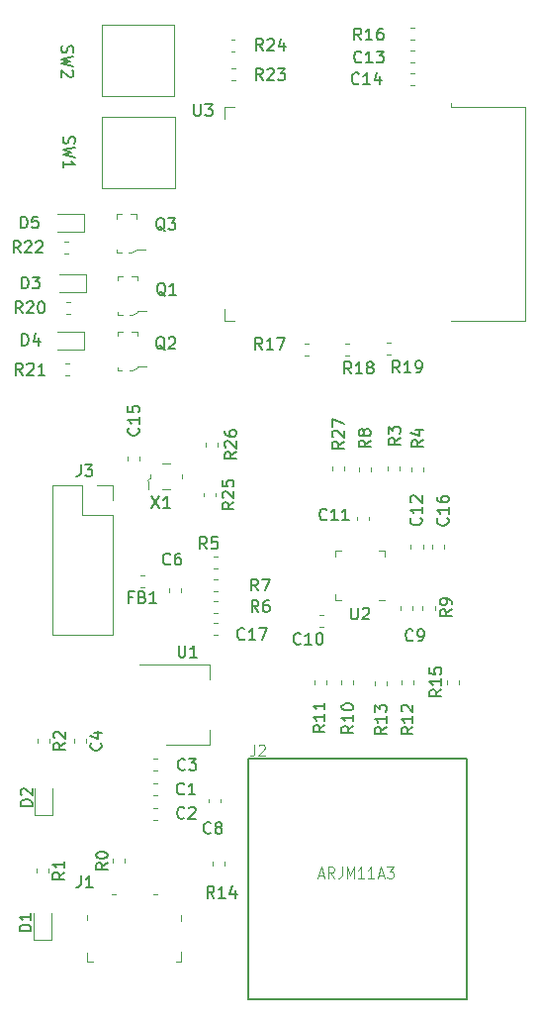
<source format=gbr>
G04 #@! TF.GenerationSoftware,KiCad,Pcbnew,(5.1.5)-3*
G04 #@! TF.CreationDate,2019-12-12T17:13:38-08:00*
G04 #@! TF.ProjectId,EsperDNS,45737065-7244-44e5-932e-6b696361645f,rev?*
G04 #@! TF.SameCoordinates,Original*
G04 #@! TF.FileFunction,Legend,Top*
G04 #@! TF.FilePolarity,Positive*
%FSLAX46Y46*%
G04 Gerber Fmt 4.6, Leading zero omitted, Abs format (unit mm)*
G04 Created by KiCad (PCBNEW (5.1.5)-3) date 2019-12-12 17:13:38*
%MOMM*%
%LPD*%
G04 APERTURE LIST*
%ADD10C,0.120000*%
%ADD11C,0.100000*%
%ADD12C,0.127000*%
%ADD13C,0.150000*%
%ADD14C,0.050000*%
G04 APERTURE END LIST*
D10*
X154783800Y-66584700D02*
X154783800Y-66204700D01*
X161203800Y-66584700D02*
X154783800Y-66584700D01*
X161203800Y-84824700D02*
X154783800Y-84824700D01*
X161203800Y-66584700D02*
X161203800Y-84824700D01*
X135458800Y-84824700D02*
X135458800Y-83824700D01*
X136238800Y-84824700D02*
X135458800Y-84824700D01*
X135458800Y-66584700D02*
X135458800Y-67584700D01*
X136238800Y-66584700D02*
X135458800Y-66584700D01*
X145645600Y-97673379D02*
X145645600Y-97347821D01*
X144625600Y-97673379D02*
X144625600Y-97347821D01*
X128870100Y-98548900D02*
G75*
G02X129070100Y-98328900I320000J-90000D01*
G01*
X128870100Y-98548900D02*
X128870100Y-99238900D01*
X130750100Y-99278900D02*
X130110100Y-99278900D01*
X130750100Y-97058900D02*
X130110100Y-97058900D01*
X129070100Y-98328900D02*
X129070100Y-97998900D01*
X131790100Y-98338900D02*
X131790100Y-97998900D01*
X148650200Y-108739200D02*
X149125200Y-108739200D01*
X144905200Y-104519200D02*
X144905200Y-104994200D01*
X145380200Y-104519200D02*
X144905200Y-104519200D01*
X149125200Y-104519200D02*
X149125200Y-104994200D01*
X148650200Y-104519200D02*
X149125200Y-104519200D01*
X144905200Y-108739200D02*
X144905200Y-108264200D01*
X145380200Y-108739200D02*
X144905200Y-108739200D01*
X128158200Y-114254200D02*
X134168200Y-114254200D01*
X130408200Y-121074200D02*
X134168200Y-121074200D01*
X134168200Y-114254200D02*
X134168200Y-115514200D01*
X134168200Y-121074200D02*
X134168200Y-119814200D01*
X131136200Y-59563100D02*
X131136200Y-65663100D01*
X124936200Y-59563100D02*
X131136200Y-59563100D01*
X124936200Y-65663100D02*
X124936200Y-59563100D01*
X131136200Y-65663100D02*
X124936200Y-65663100D01*
X131159300Y-67424400D02*
X131159300Y-73524400D01*
X124959300Y-67424400D02*
X131159300Y-67424400D01*
X124959300Y-73524400D02*
X124959300Y-67424400D01*
X131159300Y-73524400D02*
X124959300Y-73524400D01*
X134837900Y-95603379D02*
X134837900Y-95277821D01*
X133817900Y-95603379D02*
X133817900Y-95277821D01*
X133665400Y-99557621D02*
X133665400Y-99883179D01*
X134685400Y-99557621D02*
X134685400Y-99883179D01*
X135981121Y-61851000D02*
X136306679Y-61851000D01*
X135981121Y-60831000D02*
X136306679Y-60831000D01*
X135993821Y-64314800D02*
X136319379Y-64314800D01*
X135993821Y-63294800D02*
X136319379Y-63294800D01*
X122057479Y-78090300D02*
X121731921Y-78090300D01*
X122057479Y-79110300D02*
X121731921Y-79110300D01*
X122095579Y-88529700D02*
X121770021Y-88529700D01*
X122095579Y-89549700D02*
X121770021Y-89549700D01*
X122222579Y-83259200D02*
X121897021Y-83259200D01*
X122222579Y-84279200D02*
X121897021Y-84279200D01*
X149667279Y-86751700D02*
X149341721Y-86751700D01*
X149667279Y-87771700D02*
X149341721Y-87771700D01*
X146085679Y-86802500D02*
X145760121Y-86802500D01*
X146085679Y-87822500D02*
X145760121Y-87822500D01*
X142580579Y-86802500D02*
X142255021Y-86802500D01*
X142580579Y-87822500D02*
X142255021Y-87822500D01*
X151361021Y-60796900D02*
X151686579Y-60796900D01*
X151361021Y-59776900D02*
X151686579Y-59776900D01*
X155475400Y-115910479D02*
X155475400Y-115584921D01*
X154455400Y-115910479D02*
X154455400Y-115584921D01*
X134440200Y-131078921D02*
X134440200Y-131404479D01*
X135460200Y-131078921D02*
X135460200Y-131404479D01*
X149277800Y-116012179D02*
X149277800Y-115686621D01*
X148257800Y-116012179D02*
X148257800Y-115686621D01*
X151589200Y-115961379D02*
X151589200Y-115635821D01*
X150569200Y-115961379D02*
X150569200Y-115635821D01*
X144121600Y-115935979D02*
X144121600Y-115610421D01*
X143101600Y-115935979D02*
X143101600Y-115610421D01*
X146407600Y-115935979D02*
X146407600Y-115610421D01*
X145387600Y-115935979D02*
X145387600Y-115610421D01*
X153418000Y-109560679D02*
X153418000Y-109235121D01*
X152398000Y-109560679D02*
X152398000Y-109235121D01*
X147931600Y-97698779D02*
X147931600Y-97373221D01*
X146911600Y-97698779D02*
X146911600Y-97373221D01*
X134508021Y-107990100D02*
X134833579Y-107990100D01*
X134508021Y-106970100D02*
X134833579Y-106970100D01*
X134508021Y-109869700D02*
X134833579Y-109869700D01*
X134508021Y-108849700D02*
X134833579Y-108849700D01*
X134508021Y-106034300D02*
X134833579Y-106034300D01*
X134508021Y-105014300D02*
X134833579Y-105014300D01*
X152427400Y-97698779D02*
X152427400Y-97373221D01*
X151407400Y-97698779D02*
X151407400Y-97373221D01*
X150446200Y-97647979D02*
X150446200Y-97322421D01*
X149426200Y-97647979D02*
X149426200Y-97322421D01*
X119403400Y-120601621D02*
X119403400Y-120927179D01*
X120423400Y-120601621D02*
X120423400Y-120927179D01*
X119327200Y-131688521D02*
X119327200Y-132014079D01*
X120347200Y-131688521D02*
X120347200Y-132014079D01*
X126900400Y-131201279D02*
X126900400Y-130875721D01*
X125880400Y-131201279D02*
X125880400Y-130875721D01*
D11*
X126204500Y-79059000D02*
X126204500Y-78759000D01*
X126579500Y-79059000D02*
X126204500Y-79059000D01*
X126204500Y-75759000D02*
X126654500Y-75759000D01*
X126204500Y-76059000D02*
X126204500Y-75759000D01*
X126204500Y-75984000D02*
X126204500Y-76109000D01*
X127854500Y-75759000D02*
X127854500Y-76109000D01*
X127379500Y-75759000D02*
X127854500Y-75759000D01*
X127854500Y-78734000D02*
X128629500Y-78734000D01*
X127854500Y-78784000D02*
X127854500Y-78734000D01*
X127479500Y-79059000D02*
X127854500Y-78784000D01*
X127204500Y-79059000D02*
X127479500Y-79059000D01*
X126280700Y-89125100D02*
X126280700Y-88825100D01*
X126655700Y-89125100D02*
X126280700Y-89125100D01*
X126280700Y-85825100D02*
X126730700Y-85825100D01*
X126280700Y-86125100D02*
X126280700Y-85825100D01*
X126280700Y-86050100D02*
X126280700Y-86175100D01*
X127930700Y-85825100D02*
X127930700Y-86175100D01*
X127455700Y-85825100D02*
X127930700Y-85825100D01*
X127930700Y-88800100D02*
X128705700Y-88800100D01*
X127930700Y-88850100D02*
X127930700Y-88800100D01*
X127555700Y-89125100D02*
X127930700Y-88850100D01*
X127280700Y-89125100D02*
X127555700Y-89125100D01*
X126285200Y-84377800D02*
X126285200Y-84077800D01*
X126660200Y-84377800D02*
X126285200Y-84377800D01*
X126285200Y-81077800D02*
X126735200Y-81077800D01*
X126285200Y-81377800D02*
X126285200Y-81077800D01*
X126285200Y-81302800D02*
X126285200Y-81427800D01*
X127935200Y-81077800D02*
X127935200Y-81427800D01*
X127460200Y-81077800D02*
X127935200Y-81077800D01*
X127935200Y-84052800D02*
X128710200Y-84052800D01*
X127935200Y-84102800D02*
X127935200Y-84052800D01*
X127560200Y-84377800D02*
X127935200Y-84102800D01*
X127285200Y-84377800D02*
X127560200Y-84377800D01*
D10*
X124536200Y-98898400D02*
X125866200Y-98898400D01*
X125866200Y-98898400D02*
X125866200Y-100228400D01*
X123266200Y-98898400D02*
X123266200Y-101498400D01*
X123266200Y-101498400D02*
X125866200Y-101498400D01*
X125866200Y-101498400D02*
X125866200Y-111718400D01*
X120666200Y-111718400D02*
X125866200Y-111718400D01*
X120666200Y-98898400D02*
X120666200Y-111718400D01*
X120666200Y-98898400D02*
X123266200Y-98898400D01*
D12*
X137435000Y-142830000D02*
X137435000Y-122330000D01*
X137435000Y-122330000D02*
X156185000Y-122330000D01*
X156185000Y-122330000D02*
X156185000Y-142830000D01*
X156185000Y-142830000D02*
X137435000Y-142830000D01*
D11*
X131734600Y-139646200D02*
X131734600Y-138796200D01*
X131284600Y-139646200D02*
X131734600Y-139646200D01*
X123634600Y-139646200D02*
X124134600Y-139646200D01*
X123634600Y-138846200D02*
X123634600Y-139646200D01*
X125784600Y-133896200D02*
X126084600Y-133896200D01*
X123634600Y-135646200D02*
X123634600Y-136096200D01*
X129334600Y-133896200D02*
X129634600Y-133896200D01*
X131734600Y-135646200D02*
X131734600Y-136146200D01*
D10*
X128534279Y-106589100D02*
X128208721Y-106589100D01*
X128534279Y-107609100D02*
X128208721Y-107609100D01*
X123366800Y-75744400D02*
X121081800Y-75744400D01*
X123366800Y-77214400D02*
X123366800Y-75744400D01*
X121081800Y-77214400D02*
X123366800Y-77214400D01*
X123417600Y-85815500D02*
X121132600Y-85815500D01*
X123417600Y-87285500D02*
X123417600Y-85815500D01*
X121132600Y-87285500D02*
X123417600Y-87285500D01*
X123544600Y-80926000D02*
X121259600Y-80926000D01*
X123544600Y-82396000D02*
X123544600Y-80926000D01*
X121259600Y-82396000D02*
X123544600Y-82396000D01*
X120673800Y-127100800D02*
X120673800Y-124815800D01*
X119203800Y-127100800D02*
X120673800Y-127100800D01*
X119203800Y-124815800D02*
X119203800Y-127100800D01*
X120572200Y-137806900D02*
X120572200Y-135521900D01*
X119102200Y-137806900D02*
X120572200Y-137806900D01*
X119102200Y-135521900D02*
X119102200Y-137806900D01*
X134533421Y-111723900D02*
X134858979Y-111723900D01*
X134533421Y-110703900D02*
X134858979Y-110703900D01*
X154230800Y-104328179D02*
X154230800Y-104002621D01*
X153210800Y-104328179D02*
X153210800Y-104002621D01*
X127137700Y-96484121D02*
X127137700Y-96809679D01*
X128157700Y-96484121D02*
X128157700Y-96809679D01*
X151373721Y-64708500D02*
X151699279Y-64708500D01*
X151373721Y-63688500D02*
X151699279Y-63688500D01*
X151373721Y-62803500D02*
X151699279Y-62803500D01*
X151373721Y-61783500D02*
X151699279Y-61783500D01*
X152402000Y-104328179D02*
X152402000Y-104002621D01*
X151382000Y-104328179D02*
X151382000Y-104002621D01*
X147779200Y-101915179D02*
X147779200Y-101589621D01*
X146759200Y-101915179D02*
X146759200Y-101589621D01*
X143875979Y-109980000D02*
X143550421Y-109980000D01*
X143875979Y-111000000D02*
X143550421Y-111000000D01*
X150493000Y-109235021D02*
X150493000Y-109560579D01*
X151513000Y-109235021D02*
X151513000Y-109560579D01*
X134033800Y-125719721D02*
X134033800Y-126045279D01*
X135053800Y-125719721D02*
X135053800Y-126045279D01*
X130681000Y-107698221D02*
X130681000Y-108023779D01*
X131701000Y-107698221D02*
X131701000Y-108023779D01*
X122527600Y-120627021D02*
X122527600Y-120952579D01*
X123547600Y-120627021D02*
X123547600Y-120952579D01*
X129326521Y-123344400D02*
X129652079Y-123344400D01*
X129326521Y-122324400D02*
X129652079Y-122324400D01*
X129351921Y-127510000D02*
X129677479Y-127510000D01*
X129351921Y-126490000D02*
X129677479Y-126490000D01*
X129351921Y-125427200D02*
X129677479Y-125427200D01*
X129351921Y-124407200D02*
X129677479Y-124407200D01*
D13*
X132816695Y-66330580D02*
X132816695Y-67140104D01*
X132864314Y-67235342D01*
X132911933Y-67282961D01*
X133007171Y-67330580D01*
X133197647Y-67330580D01*
X133292885Y-67282961D01*
X133340504Y-67235342D01*
X133388123Y-67140104D01*
X133388123Y-66330580D01*
X133769076Y-66330580D02*
X134388123Y-66330580D01*
X134054790Y-66711533D01*
X134197647Y-66711533D01*
X134292885Y-66759152D01*
X134340504Y-66806771D01*
X134388123Y-66902009D01*
X134388123Y-67140104D01*
X134340504Y-67235342D01*
X134292885Y-67282961D01*
X134197647Y-67330580D01*
X133911933Y-67330580D01*
X133816695Y-67282961D01*
X133769076Y-67235342D01*
X145638780Y-95181657D02*
X145162590Y-95514990D01*
X145638780Y-95753085D02*
X144638780Y-95753085D01*
X144638780Y-95372133D01*
X144686400Y-95276895D01*
X144734019Y-95229276D01*
X144829257Y-95181657D01*
X144972114Y-95181657D01*
X145067352Y-95229276D01*
X145114971Y-95276895D01*
X145162590Y-95372133D01*
X145162590Y-95753085D01*
X144734019Y-94800704D02*
X144686400Y-94753085D01*
X144638780Y-94657847D01*
X144638780Y-94419752D01*
X144686400Y-94324514D01*
X144734019Y-94276895D01*
X144829257Y-94229276D01*
X144924495Y-94229276D01*
X145067352Y-94276895D01*
X145638780Y-94848323D01*
X145638780Y-94229276D01*
X144638780Y-93895942D02*
X144638780Y-93229276D01*
X145638780Y-93657847D01*
X129192756Y-99863660D02*
X129859422Y-100863660D01*
X129859422Y-99863660D02*
X129192756Y-100863660D01*
X130764184Y-100863660D02*
X130192756Y-100863660D01*
X130478470Y-100863660D02*
X130478470Y-99863660D01*
X130383232Y-100006518D01*
X130287994Y-100101756D01*
X130192756Y-100149375D01*
X146253295Y-109381580D02*
X146253295Y-110191104D01*
X146300914Y-110286342D01*
X146348533Y-110333961D01*
X146443771Y-110381580D01*
X146634247Y-110381580D01*
X146729485Y-110333961D01*
X146777104Y-110286342D01*
X146824723Y-110191104D01*
X146824723Y-109381580D01*
X147253295Y-109476819D02*
X147300914Y-109429200D01*
X147396152Y-109381580D01*
X147634247Y-109381580D01*
X147729485Y-109429200D01*
X147777104Y-109476819D01*
X147824723Y-109572057D01*
X147824723Y-109667295D01*
X147777104Y-109810152D01*
X147205676Y-110381580D01*
X147824723Y-110381580D01*
X131496295Y-112616580D02*
X131496295Y-113426104D01*
X131543914Y-113521342D01*
X131591533Y-113568961D01*
X131686771Y-113616580D01*
X131877247Y-113616580D01*
X131972485Y-113568961D01*
X132020104Y-113521342D01*
X132067723Y-113426104D01*
X132067723Y-112616580D01*
X133067723Y-113616580D02*
X132496295Y-113616580D01*
X132782009Y-113616580D02*
X132782009Y-112616580D01*
X132686771Y-112759438D01*
X132591533Y-112854676D01*
X132496295Y-112902295D01*
X121525398Y-61358946D02*
X121477779Y-61501803D01*
X121477779Y-61739899D01*
X121525398Y-61835137D01*
X121573017Y-61882756D01*
X121668255Y-61930375D01*
X121763493Y-61930375D01*
X121858731Y-61882756D01*
X121906350Y-61835137D01*
X121953969Y-61739899D01*
X122001588Y-61549422D01*
X122049207Y-61454184D01*
X122096826Y-61406565D01*
X122192064Y-61358946D01*
X122287302Y-61358946D01*
X122382540Y-61406565D01*
X122430160Y-61454184D01*
X122477779Y-61549422D01*
X122477779Y-61787518D01*
X122430160Y-61930375D01*
X122477779Y-62263708D02*
X121477779Y-62501803D01*
X122192064Y-62692280D01*
X121477779Y-62882756D01*
X122477779Y-63120851D01*
X122382540Y-63454184D02*
X122430160Y-63501803D01*
X122477779Y-63597041D01*
X122477779Y-63835137D01*
X122430160Y-63930375D01*
X122382540Y-63977994D01*
X122287302Y-64025613D01*
X122192064Y-64025613D01*
X122049207Y-63977994D01*
X121477779Y-63406565D01*
X121477779Y-64025613D01*
X121657478Y-69111026D02*
X121609859Y-69253883D01*
X121609859Y-69491979D01*
X121657478Y-69587217D01*
X121705097Y-69634836D01*
X121800335Y-69682455D01*
X121895573Y-69682455D01*
X121990811Y-69634836D01*
X122038430Y-69587217D01*
X122086049Y-69491979D01*
X122133668Y-69301502D01*
X122181287Y-69206264D01*
X122228906Y-69158645D01*
X122324144Y-69111026D01*
X122419382Y-69111026D01*
X122514620Y-69158645D01*
X122562240Y-69206264D01*
X122609859Y-69301502D01*
X122609859Y-69539598D01*
X122562240Y-69682455D01*
X122609859Y-70015788D02*
X121609859Y-70253883D01*
X122324144Y-70444360D01*
X121609859Y-70634836D01*
X122609859Y-70872931D01*
X121609859Y-71777693D02*
X121609859Y-71206264D01*
X121609859Y-71491979D02*
X122609859Y-71491979D01*
X122467001Y-71396740D01*
X122371763Y-71301502D01*
X122324144Y-71206264D01*
X136431280Y-96083457D02*
X135955090Y-96416790D01*
X136431280Y-96654885D02*
X135431280Y-96654885D01*
X135431280Y-96273933D01*
X135478900Y-96178695D01*
X135526519Y-96131076D01*
X135621757Y-96083457D01*
X135764614Y-96083457D01*
X135859852Y-96131076D01*
X135907471Y-96178695D01*
X135955090Y-96273933D01*
X135955090Y-96654885D01*
X135526519Y-95702504D02*
X135478900Y-95654885D01*
X135431280Y-95559647D01*
X135431280Y-95321552D01*
X135478900Y-95226314D01*
X135526519Y-95178695D01*
X135621757Y-95131076D01*
X135716995Y-95131076D01*
X135859852Y-95178695D01*
X136431280Y-95750123D01*
X136431280Y-95131076D01*
X135431280Y-94273933D02*
X135431280Y-94464409D01*
X135478900Y-94559647D01*
X135526519Y-94607266D01*
X135669376Y-94702504D01*
X135859852Y-94750123D01*
X136240804Y-94750123D01*
X136336042Y-94702504D01*
X136383661Y-94654885D01*
X136431280Y-94559647D01*
X136431280Y-94369171D01*
X136383661Y-94273933D01*
X136336042Y-94226314D01*
X136240804Y-94178695D01*
X136002709Y-94178695D01*
X135907471Y-94226314D01*
X135859852Y-94273933D01*
X135812233Y-94369171D01*
X135812233Y-94559647D01*
X135859852Y-94654885D01*
X135907471Y-94702504D01*
X136002709Y-94750123D01*
X136215380Y-100375957D02*
X135739190Y-100709290D01*
X136215380Y-100947385D02*
X135215380Y-100947385D01*
X135215380Y-100566433D01*
X135263000Y-100471195D01*
X135310619Y-100423576D01*
X135405857Y-100375957D01*
X135548714Y-100375957D01*
X135643952Y-100423576D01*
X135691571Y-100471195D01*
X135739190Y-100566433D01*
X135739190Y-100947385D01*
X135310619Y-99995004D02*
X135263000Y-99947385D01*
X135215380Y-99852147D01*
X135215380Y-99614052D01*
X135263000Y-99518814D01*
X135310619Y-99471195D01*
X135405857Y-99423576D01*
X135501095Y-99423576D01*
X135643952Y-99471195D01*
X136215380Y-100042623D01*
X136215380Y-99423576D01*
X135215380Y-98518814D02*
X135215380Y-98995004D01*
X135691571Y-99042623D01*
X135643952Y-98995004D01*
X135596333Y-98899766D01*
X135596333Y-98661671D01*
X135643952Y-98566433D01*
X135691571Y-98518814D01*
X135786809Y-98471195D01*
X136024904Y-98471195D01*
X136120142Y-98518814D01*
X136167761Y-98566433D01*
X136215380Y-98661671D01*
X136215380Y-98899766D01*
X136167761Y-98995004D01*
X136120142Y-99042623D01*
X138714242Y-61755280D02*
X138380909Y-61279090D01*
X138142814Y-61755280D02*
X138142814Y-60755280D01*
X138523766Y-60755280D01*
X138619004Y-60802900D01*
X138666623Y-60850519D01*
X138714242Y-60945757D01*
X138714242Y-61088614D01*
X138666623Y-61183852D01*
X138619004Y-61231471D01*
X138523766Y-61279090D01*
X138142814Y-61279090D01*
X139095195Y-60850519D02*
X139142814Y-60802900D01*
X139238052Y-60755280D01*
X139476147Y-60755280D01*
X139571385Y-60802900D01*
X139619004Y-60850519D01*
X139666623Y-60945757D01*
X139666623Y-61040995D01*
X139619004Y-61183852D01*
X139047576Y-61755280D01*
X139666623Y-61755280D01*
X140523766Y-61088614D02*
X140523766Y-61755280D01*
X140285671Y-60707661D02*
X140047576Y-61421947D01*
X140666623Y-61421947D01*
X138688742Y-64295280D02*
X138355409Y-63819090D01*
X138117314Y-64295280D02*
X138117314Y-63295280D01*
X138498266Y-63295280D01*
X138593504Y-63342900D01*
X138641123Y-63390519D01*
X138688742Y-63485757D01*
X138688742Y-63628614D01*
X138641123Y-63723852D01*
X138593504Y-63771471D01*
X138498266Y-63819090D01*
X138117314Y-63819090D01*
X139069695Y-63390519D02*
X139117314Y-63342900D01*
X139212552Y-63295280D01*
X139450647Y-63295280D01*
X139545885Y-63342900D01*
X139593504Y-63390519D01*
X139641123Y-63485757D01*
X139641123Y-63580995D01*
X139593504Y-63723852D01*
X139022076Y-64295280D01*
X139641123Y-64295280D01*
X139974457Y-63295280D02*
X140593504Y-63295280D01*
X140260171Y-63676233D01*
X140403028Y-63676233D01*
X140498266Y-63723852D01*
X140545885Y-63771471D01*
X140593504Y-63866709D01*
X140593504Y-64104804D01*
X140545885Y-64200042D01*
X140498266Y-64247661D01*
X140403028Y-64295280D01*
X140117314Y-64295280D01*
X140022076Y-64247661D01*
X139974457Y-64200042D01*
X117949742Y-79039980D02*
X117616409Y-78563790D01*
X117378314Y-79039980D02*
X117378314Y-78039980D01*
X117759266Y-78039980D01*
X117854504Y-78087600D01*
X117902123Y-78135219D01*
X117949742Y-78230457D01*
X117949742Y-78373314D01*
X117902123Y-78468552D01*
X117854504Y-78516171D01*
X117759266Y-78563790D01*
X117378314Y-78563790D01*
X118330695Y-78135219D02*
X118378314Y-78087600D01*
X118473552Y-78039980D01*
X118711647Y-78039980D01*
X118806885Y-78087600D01*
X118854504Y-78135219D01*
X118902123Y-78230457D01*
X118902123Y-78325695D01*
X118854504Y-78468552D01*
X118283076Y-79039980D01*
X118902123Y-79039980D01*
X119283076Y-78135219D02*
X119330695Y-78087600D01*
X119425933Y-78039980D01*
X119664028Y-78039980D01*
X119759266Y-78087600D01*
X119806885Y-78135219D01*
X119854504Y-78230457D01*
X119854504Y-78325695D01*
X119806885Y-78468552D01*
X119235457Y-79039980D01*
X119854504Y-79039980D01*
X118140242Y-89492080D02*
X117806909Y-89015890D01*
X117568814Y-89492080D02*
X117568814Y-88492080D01*
X117949766Y-88492080D01*
X118045004Y-88539700D01*
X118092623Y-88587319D01*
X118140242Y-88682557D01*
X118140242Y-88825414D01*
X118092623Y-88920652D01*
X118045004Y-88968271D01*
X117949766Y-89015890D01*
X117568814Y-89015890D01*
X118521195Y-88587319D02*
X118568814Y-88539700D01*
X118664052Y-88492080D01*
X118902147Y-88492080D01*
X118997385Y-88539700D01*
X119045004Y-88587319D01*
X119092623Y-88682557D01*
X119092623Y-88777795D01*
X119045004Y-88920652D01*
X118473576Y-89492080D01*
X119092623Y-89492080D01*
X120045004Y-89492080D02*
X119473576Y-89492080D01*
X119759290Y-89492080D02*
X119759290Y-88492080D01*
X119664052Y-88634938D01*
X119568814Y-88730176D01*
X119473576Y-88777795D01*
X118114842Y-84208880D02*
X117781509Y-83732690D01*
X117543414Y-84208880D02*
X117543414Y-83208880D01*
X117924366Y-83208880D01*
X118019604Y-83256500D01*
X118067223Y-83304119D01*
X118114842Y-83399357D01*
X118114842Y-83542214D01*
X118067223Y-83637452D01*
X118019604Y-83685071D01*
X117924366Y-83732690D01*
X117543414Y-83732690D01*
X118495795Y-83304119D02*
X118543414Y-83256500D01*
X118638652Y-83208880D01*
X118876747Y-83208880D01*
X118971985Y-83256500D01*
X119019604Y-83304119D01*
X119067223Y-83399357D01*
X119067223Y-83494595D01*
X119019604Y-83637452D01*
X118448176Y-84208880D01*
X119067223Y-84208880D01*
X119686271Y-83208880D02*
X119781509Y-83208880D01*
X119876747Y-83256500D01*
X119924366Y-83304119D01*
X119971985Y-83399357D01*
X120019604Y-83589833D01*
X120019604Y-83827928D01*
X119971985Y-84018404D01*
X119924366Y-84113642D01*
X119876747Y-84161261D01*
X119781509Y-84208880D01*
X119686271Y-84208880D01*
X119591033Y-84161261D01*
X119543414Y-84113642D01*
X119495795Y-84018404D01*
X119448176Y-83827928D01*
X119448176Y-83589833D01*
X119495795Y-83399357D01*
X119543414Y-83304119D01*
X119591033Y-83256500D01*
X119686271Y-83208880D01*
X150426182Y-89281260D02*
X150092849Y-88805070D01*
X149854754Y-89281260D02*
X149854754Y-88281260D01*
X150235706Y-88281260D01*
X150330944Y-88328880D01*
X150378563Y-88376499D01*
X150426182Y-88471737D01*
X150426182Y-88614594D01*
X150378563Y-88709832D01*
X150330944Y-88757451D01*
X150235706Y-88805070D01*
X149854754Y-88805070D01*
X151378563Y-89281260D02*
X150807135Y-89281260D01*
X151092849Y-89281260D02*
X151092849Y-88281260D01*
X150997611Y-88424118D01*
X150902373Y-88519356D01*
X150807135Y-88566975D01*
X151854754Y-89281260D02*
X152045230Y-89281260D01*
X152140468Y-89233641D01*
X152188087Y-89186022D01*
X152283325Y-89043165D01*
X152330944Y-88852689D01*
X152330944Y-88471737D01*
X152283325Y-88376499D01*
X152235706Y-88328880D01*
X152140468Y-88281260D01*
X151949992Y-88281260D01*
X151854754Y-88328880D01*
X151807135Y-88376499D01*
X151759516Y-88471737D01*
X151759516Y-88709832D01*
X151807135Y-88805070D01*
X151854754Y-88852689D01*
X151949992Y-88900308D01*
X152140468Y-88900308D01*
X152235706Y-88852689D01*
X152283325Y-88805070D01*
X152330944Y-88709832D01*
X146265662Y-89377780D02*
X145932329Y-88901590D01*
X145694234Y-89377780D02*
X145694234Y-88377780D01*
X146075186Y-88377780D01*
X146170424Y-88425400D01*
X146218043Y-88473019D01*
X146265662Y-88568257D01*
X146265662Y-88711114D01*
X146218043Y-88806352D01*
X146170424Y-88853971D01*
X146075186Y-88901590D01*
X145694234Y-88901590D01*
X147218043Y-89377780D02*
X146646615Y-89377780D01*
X146932329Y-89377780D02*
X146932329Y-88377780D01*
X146837091Y-88520638D01*
X146741853Y-88615876D01*
X146646615Y-88663495D01*
X147789472Y-88806352D02*
X147694234Y-88758733D01*
X147646615Y-88711114D01*
X147598996Y-88615876D01*
X147598996Y-88568257D01*
X147646615Y-88473019D01*
X147694234Y-88425400D01*
X147789472Y-88377780D01*
X147979948Y-88377780D01*
X148075186Y-88425400D01*
X148122805Y-88473019D01*
X148170424Y-88568257D01*
X148170424Y-88615876D01*
X148122805Y-88711114D01*
X148075186Y-88758733D01*
X147979948Y-88806352D01*
X147789472Y-88806352D01*
X147694234Y-88853971D01*
X147646615Y-88901590D01*
X147598996Y-88996828D01*
X147598996Y-89187304D01*
X147646615Y-89282542D01*
X147694234Y-89330161D01*
X147789472Y-89377780D01*
X147979948Y-89377780D01*
X148075186Y-89330161D01*
X148122805Y-89282542D01*
X148170424Y-89187304D01*
X148170424Y-88996828D01*
X148122805Y-88901590D01*
X148075186Y-88853971D01*
X147979948Y-88806352D01*
X138645662Y-87310220D02*
X138312329Y-86834030D01*
X138074234Y-87310220D02*
X138074234Y-86310220D01*
X138455186Y-86310220D01*
X138550424Y-86357840D01*
X138598043Y-86405459D01*
X138645662Y-86500697D01*
X138645662Y-86643554D01*
X138598043Y-86738792D01*
X138550424Y-86786411D01*
X138455186Y-86834030D01*
X138074234Y-86834030D01*
X139598043Y-87310220D02*
X139026615Y-87310220D01*
X139312329Y-87310220D02*
X139312329Y-86310220D01*
X139217091Y-86453078D01*
X139121853Y-86548316D01*
X139026615Y-86595935D01*
X139931377Y-86310220D02*
X140598043Y-86310220D01*
X140169472Y-87310220D01*
X147124182Y-60848500D02*
X146790849Y-60372310D01*
X146552754Y-60848500D02*
X146552754Y-59848500D01*
X146933706Y-59848500D01*
X147028944Y-59896120D01*
X147076563Y-59943739D01*
X147124182Y-60038977D01*
X147124182Y-60181834D01*
X147076563Y-60277072D01*
X147028944Y-60324691D01*
X146933706Y-60372310D01*
X146552754Y-60372310D01*
X148076563Y-60848500D02*
X147505135Y-60848500D01*
X147790849Y-60848500D02*
X147790849Y-59848500D01*
X147695611Y-59991358D01*
X147600373Y-60086596D01*
X147505135Y-60134215D01*
X148933706Y-59848500D02*
X148743230Y-59848500D01*
X148647992Y-59896120D01*
X148600373Y-59943739D01*
X148505135Y-60086596D01*
X148457516Y-60277072D01*
X148457516Y-60658024D01*
X148505135Y-60753262D01*
X148552754Y-60800881D01*
X148647992Y-60848500D01*
X148838468Y-60848500D01*
X148933706Y-60800881D01*
X148981325Y-60753262D01*
X149028944Y-60658024D01*
X149028944Y-60419929D01*
X148981325Y-60324691D01*
X148933706Y-60277072D01*
X148838468Y-60229453D01*
X148647992Y-60229453D01*
X148552754Y-60277072D01*
X148505135Y-60324691D01*
X148457516Y-60419929D01*
X153987780Y-116390557D02*
X153511590Y-116723890D01*
X153987780Y-116961985D02*
X152987780Y-116961985D01*
X152987780Y-116581033D01*
X153035400Y-116485795D01*
X153083019Y-116438176D01*
X153178257Y-116390557D01*
X153321114Y-116390557D01*
X153416352Y-116438176D01*
X153463971Y-116485795D01*
X153511590Y-116581033D01*
X153511590Y-116961985D01*
X153987780Y-115438176D02*
X153987780Y-116009604D01*
X153987780Y-115723890D02*
X152987780Y-115723890D01*
X153130638Y-115819128D01*
X153225876Y-115914366D01*
X153273495Y-116009604D01*
X152987780Y-114533414D02*
X152987780Y-115009604D01*
X153463971Y-115057223D01*
X153416352Y-115009604D01*
X153368733Y-114914366D01*
X153368733Y-114676271D01*
X153416352Y-114581033D01*
X153463971Y-114533414D01*
X153559209Y-114485795D01*
X153797304Y-114485795D01*
X153892542Y-114533414D01*
X153940161Y-114581033D01*
X153987780Y-114676271D01*
X153987780Y-114914366D01*
X153940161Y-115009604D01*
X153892542Y-115057223D01*
X134530862Y-134203700D02*
X134197529Y-133727510D01*
X133959434Y-134203700D02*
X133959434Y-133203700D01*
X134340386Y-133203700D01*
X134435624Y-133251320D01*
X134483243Y-133298939D01*
X134530862Y-133394177D01*
X134530862Y-133537034D01*
X134483243Y-133632272D01*
X134435624Y-133679891D01*
X134340386Y-133727510D01*
X133959434Y-133727510D01*
X135483243Y-134203700D02*
X134911815Y-134203700D01*
X135197529Y-134203700D02*
X135197529Y-133203700D01*
X135102291Y-133346558D01*
X135007053Y-133441796D01*
X134911815Y-133489415D01*
X136340386Y-133537034D02*
X136340386Y-134203700D01*
X136102291Y-133156081D02*
X135864196Y-133870367D01*
X136483243Y-133870367D01*
X149296380Y-119591057D02*
X148820190Y-119924390D01*
X149296380Y-120162485D02*
X148296380Y-120162485D01*
X148296380Y-119781533D01*
X148344000Y-119686295D01*
X148391619Y-119638676D01*
X148486857Y-119591057D01*
X148629714Y-119591057D01*
X148724952Y-119638676D01*
X148772571Y-119686295D01*
X148820190Y-119781533D01*
X148820190Y-120162485D01*
X149296380Y-118638676D02*
X149296380Y-119210104D01*
X149296380Y-118924390D02*
X148296380Y-118924390D01*
X148439238Y-119019628D01*
X148534476Y-119114866D01*
X148582095Y-119210104D01*
X148296380Y-118305342D02*
X148296380Y-117686295D01*
X148677333Y-118019628D01*
X148677333Y-117876771D01*
X148724952Y-117781533D01*
X148772571Y-117733914D01*
X148867809Y-117686295D01*
X149105904Y-117686295D01*
X149201142Y-117733914D01*
X149248761Y-117781533D01*
X149296380Y-117876771D01*
X149296380Y-118162485D01*
X149248761Y-118257723D01*
X149201142Y-118305342D01*
X151546980Y-119584657D02*
X151070790Y-119917990D01*
X151546980Y-120156085D02*
X150546980Y-120156085D01*
X150546980Y-119775133D01*
X150594600Y-119679895D01*
X150642219Y-119632276D01*
X150737457Y-119584657D01*
X150880314Y-119584657D01*
X150975552Y-119632276D01*
X151023171Y-119679895D01*
X151070790Y-119775133D01*
X151070790Y-120156085D01*
X151546980Y-118632276D02*
X151546980Y-119203704D01*
X151546980Y-118917990D02*
X150546980Y-118917990D01*
X150689838Y-119013228D01*
X150785076Y-119108466D01*
X150832695Y-119203704D01*
X150642219Y-118251323D02*
X150594600Y-118203704D01*
X150546980Y-118108466D01*
X150546980Y-117870371D01*
X150594600Y-117775133D01*
X150642219Y-117727514D01*
X150737457Y-117679895D01*
X150832695Y-117679895D01*
X150975552Y-117727514D01*
X151546980Y-118298942D01*
X151546980Y-117679895D01*
X144013180Y-119413257D02*
X143536990Y-119746590D01*
X144013180Y-119984685D02*
X143013180Y-119984685D01*
X143013180Y-119603733D01*
X143060800Y-119508495D01*
X143108419Y-119460876D01*
X143203657Y-119413257D01*
X143346514Y-119413257D01*
X143441752Y-119460876D01*
X143489371Y-119508495D01*
X143536990Y-119603733D01*
X143536990Y-119984685D01*
X144013180Y-118460876D02*
X144013180Y-119032304D01*
X144013180Y-118746590D02*
X143013180Y-118746590D01*
X143156038Y-118841828D01*
X143251276Y-118937066D01*
X143298895Y-119032304D01*
X144013180Y-117508495D02*
X144013180Y-118079923D01*
X144013180Y-117794209D02*
X143013180Y-117794209D01*
X143156038Y-117889447D01*
X143251276Y-117984685D01*
X143298895Y-118079923D01*
X146451580Y-119489457D02*
X145975390Y-119822790D01*
X146451580Y-120060885D02*
X145451580Y-120060885D01*
X145451580Y-119679933D01*
X145499200Y-119584695D01*
X145546819Y-119537076D01*
X145642057Y-119489457D01*
X145784914Y-119489457D01*
X145880152Y-119537076D01*
X145927771Y-119584695D01*
X145975390Y-119679933D01*
X145975390Y-120060885D01*
X146451580Y-118537076D02*
X146451580Y-119108504D01*
X146451580Y-118822790D02*
X145451580Y-118822790D01*
X145594438Y-118918028D01*
X145689676Y-119013266D01*
X145737295Y-119108504D01*
X145451580Y-117918028D02*
X145451580Y-117822790D01*
X145499200Y-117727552D01*
X145546819Y-117679933D01*
X145642057Y-117632314D01*
X145832533Y-117584695D01*
X146070628Y-117584695D01*
X146261104Y-117632314D01*
X146356342Y-117679933D01*
X146403961Y-117727552D01*
X146451580Y-117822790D01*
X146451580Y-117918028D01*
X146403961Y-118013266D01*
X146356342Y-118060885D01*
X146261104Y-118108504D01*
X146070628Y-118156123D01*
X145832533Y-118156123D01*
X145642057Y-118108504D01*
X145546819Y-118060885D01*
X145499200Y-118013266D01*
X145451580Y-117918028D01*
X154858980Y-109539066D02*
X154382790Y-109872400D01*
X154858980Y-110110495D02*
X153858980Y-110110495D01*
X153858980Y-109729542D01*
X153906600Y-109634304D01*
X153954219Y-109586685D01*
X154049457Y-109539066D01*
X154192314Y-109539066D01*
X154287552Y-109586685D01*
X154335171Y-109634304D01*
X154382790Y-109729542D01*
X154382790Y-110110495D01*
X154858980Y-109062876D02*
X154858980Y-108872400D01*
X154811361Y-108777161D01*
X154763742Y-108729542D01*
X154620885Y-108634304D01*
X154430409Y-108586685D01*
X154049457Y-108586685D01*
X153954219Y-108634304D01*
X153906600Y-108681923D01*
X153858980Y-108777161D01*
X153858980Y-108967638D01*
X153906600Y-109062876D01*
X153954219Y-109110495D01*
X154049457Y-109158114D01*
X154287552Y-109158114D01*
X154382790Y-109110495D01*
X154430409Y-109062876D01*
X154478028Y-108967638D01*
X154478028Y-108777161D01*
X154430409Y-108681923D01*
X154382790Y-108634304D01*
X154287552Y-108586685D01*
X147924780Y-95086466D02*
X147448590Y-95419800D01*
X147924780Y-95657895D02*
X146924780Y-95657895D01*
X146924780Y-95276942D01*
X146972400Y-95181704D01*
X147020019Y-95134085D01*
X147115257Y-95086466D01*
X147258114Y-95086466D01*
X147353352Y-95134085D01*
X147400971Y-95181704D01*
X147448590Y-95276942D01*
X147448590Y-95657895D01*
X147353352Y-94515038D02*
X147305733Y-94610276D01*
X147258114Y-94657895D01*
X147162876Y-94705514D01*
X147115257Y-94705514D01*
X147020019Y-94657895D01*
X146972400Y-94610276D01*
X146924780Y-94515038D01*
X146924780Y-94324561D01*
X146972400Y-94229323D01*
X147020019Y-94181704D01*
X147115257Y-94134085D01*
X147162876Y-94134085D01*
X147258114Y-94181704D01*
X147305733Y-94229323D01*
X147353352Y-94324561D01*
X147353352Y-94515038D01*
X147400971Y-94610276D01*
X147448590Y-94657895D01*
X147543828Y-94705514D01*
X147734304Y-94705514D01*
X147829542Y-94657895D01*
X147877161Y-94610276D01*
X147924780Y-94515038D01*
X147924780Y-94324561D01*
X147877161Y-94229323D01*
X147829542Y-94181704D01*
X147734304Y-94134085D01*
X147543828Y-94134085D01*
X147448590Y-94181704D01*
X147400971Y-94229323D01*
X147353352Y-94324561D01*
X138283653Y-107932480D02*
X137950320Y-107456290D01*
X137712224Y-107932480D02*
X137712224Y-106932480D01*
X138093177Y-106932480D01*
X138188415Y-106980100D01*
X138236034Y-107027719D01*
X138283653Y-107122957D01*
X138283653Y-107265814D01*
X138236034Y-107361052D01*
X138188415Y-107408671D01*
X138093177Y-107456290D01*
X137712224Y-107456290D01*
X138616986Y-106932480D02*
X139283653Y-106932480D01*
X138855081Y-107932480D01*
X138334453Y-109743500D02*
X138001120Y-109267310D01*
X137763024Y-109743500D02*
X137763024Y-108743500D01*
X138143977Y-108743500D01*
X138239215Y-108791120D01*
X138286834Y-108838739D01*
X138334453Y-108933977D01*
X138334453Y-109076834D01*
X138286834Y-109172072D01*
X138239215Y-109219691D01*
X138143977Y-109267310D01*
X137763024Y-109267310D01*
X139191596Y-108743500D02*
X139001120Y-108743500D01*
X138905881Y-108791120D01*
X138858262Y-108838739D01*
X138763024Y-108981596D01*
X138715405Y-109172072D01*
X138715405Y-109553024D01*
X138763024Y-109648262D01*
X138810643Y-109695881D01*
X138905881Y-109743500D01*
X139096358Y-109743500D01*
X139191596Y-109695881D01*
X139239215Y-109648262D01*
X139286834Y-109553024D01*
X139286834Y-109314929D01*
X139239215Y-109219691D01*
X139191596Y-109172072D01*
X139096358Y-109124453D01*
X138905881Y-109124453D01*
X138810643Y-109172072D01*
X138763024Y-109219691D01*
X138715405Y-109314929D01*
X133909773Y-104353620D02*
X133576440Y-103877430D01*
X133338344Y-104353620D02*
X133338344Y-103353620D01*
X133719297Y-103353620D01*
X133814535Y-103401240D01*
X133862154Y-103448859D01*
X133909773Y-103544097D01*
X133909773Y-103686954D01*
X133862154Y-103782192D01*
X133814535Y-103829811D01*
X133719297Y-103877430D01*
X133338344Y-103877430D01*
X134814535Y-103353620D02*
X134338344Y-103353620D01*
X134290725Y-103829811D01*
X134338344Y-103782192D01*
X134433582Y-103734573D01*
X134671678Y-103734573D01*
X134766916Y-103782192D01*
X134814535Y-103829811D01*
X134862154Y-103925049D01*
X134862154Y-104163144D01*
X134814535Y-104258382D01*
X134766916Y-104306001D01*
X134671678Y-104353620D01*
X134433582Y-104353620D01*
X134338344Y-104306001D01*
X134290725Y-104258382D01*
X152420580Y-95061066D02*
X151944390Y-95394400D01*
X152420580Y-95632495D02*
X151420580Y-95632495D01*
X151420580Y-95251542D01*
X151468200Y-95156304D01*
X151515819Y-95108685D01*
X151611057Y-95061066D01*
X151753914Y-95061066D01*
X151849152Y-95108685D01*
X151896771Y-95156304D01*
X151944390Y-95251542D01*
X151944390Y-95632495D01*
X151753914Y-94203923D02*
X152420580Y-94203923D01*
X151372961Y-94442019D02*
X152087247Y-94680114D01*
X152087247Y-94061066D01*
X150464780Y-94857866D02*
X149988590Y-95191200D01*
X150464780Y-95429295D02*
X149464780Y-95429295D01*
X149464780Y-95048342D01*
X149512400Y-94953104D01*
X149560019Y-94905485D01*
X149655257Y-94857866D01*
X149798114Y-94857866D01*
X149893352Y-94905485D01*
X149940971Y-94953104D01*
X149988590Y-95048342D01*
X149988590Y-95429295D01*
X149464780Y-94524533D02*
X149464780Y-93905485D01*
X149845733Y-94238819D01*
X149845733Y-94095961D01*
X149893352Y-94000723D01*
X149940971Y-93953104D01*
X150036209Y-93905485D01*
X150274304Y-93905485D01*
X150369542Y-93953104D01*
X150417161Y-94000723D01*
X150464780Y-94095961D01*
X150464780Y-94381676D01*
X150417161Y-94476914D01*
X150369542Y-94524533D01*
X121795780Y-120931066D02*
X121319590Y-121264400D01*
X121795780Y-121502495D02*
X120795780Y-121502495D01*
X120795780Y-121121542D01*
X120843400Y-121026304D01*
X120891019Y-120978685D01*
X120986257Y-120931066D01*
X121129114Y-120931066D01*
X121224352Y-120978685D01*
X121271971Y-121026304D01*
X121319590Y-121121542D01*
X121319590Y-121502495D01*
X120891019Y-120550114D02*
X120843400Y-120502495D01*
X120795780Y-120407257D01*
X120795780Y-120169161D01*
X120843400Y-120073923D01*
X120891019Y-120026304D01*
X120986257Y-119978685D01*
X121081495Y-119978685D01*
X121224352Y-120026304D01*
X121795780Y-120597733D01*
X121795780Y-119978685D01*
X121719580Y-132017966D02*
X121243390Y-132351300D01*
X121719580Y-132589395D02*
X120719580Y-132589395D01*
X120719580Y-132208442D01*
X120767200Y-132113204D01*
X120814819Y-132065585D01*
X120910057Y-132017966D01*
X121052914Y-132017966D01*
X121148152Y-132065585D01*
X121195771Y-132113204D01*
X121243390Y-132208442D01*
X121243390Y-132589395D01*
X121719580Y-131065585D02*
X121719580Y-131637014D01*
X121719580Y-131351300D02*
X120719580Y-131351300D01*
X120862438Y-131446538D01*
X120957676Y-131541776D01*
X121005295Y-131637014D01*
X125412780Y-131205166D02*
X124936590Y-131538500D01*
X125412780Y-131776595D02*
X124412780Y-131776595D01*
X124412780Y-131395642D01*
X124460400Y-131300404D01*
X124508019Y-131252785D01*
X124603257Y-131205166D01*
X124746114Y-131205166D01*
X124841352Y-131252785D01*
X124888971Y-131300404D01*
X124936590Y-131395642D01*
X124936590Y-131776595D01*
X124412780Y-130586119D02*
X124412780Y-130490880D01*
X124460400Y-130395642D01*
X124508019Y-130348023D01*
X124603257Y-130300404D01*
X124793733Y-130252785D01*
X125031828Y-130252785D01*
X125222304Y-130300404D01*
X125317542Y-130348023D01*
X125365161Y-130395642D01*
X125412780Y-130490880D01*
X125412780Y-130586119D01*
X125365161Y-130681357D01*
X125317542Y-130728976D01*
X125222304Y-130776595D01*
X125031828Y-130824214D01*
X124793733Y-130824214D01*
X124603257Y-130776595D01*
X124508019Y-130728976D01*
X124460400Y-130681357D01*
X124412780Y-130586119D01*
X130323601Y-77174339D02*
X130228363Y-77126720D01*
X130133125Y-77031481D01*
X129990268Y-76888624D01*
X129895030Y-76841005D01*
X129799792Y-76841005D01*
X129847411Y-77079100D02*
X129752173Y-77031481D01*
X129656935Y-76936243D01*
X129609316Y-76745767D01*
X129609316Y-76412434D01*
X129656935Y-76221958D01*
X129752173Y-76126720D01*
X129847411Y-76079100D01*
X130037887Y-76079100D01*
X130133125Y-76126720D01*
X130228363Y-76221958D01*
X130275982Y-76412434D01*
X130275982Y-76745767D01*
X130228363Y-76936243D01*
X130133125Y-77031481D01*
X130037887Y-77079100D01*
X129847411Y-77079100D01*
X130609316Y-76079100D02*
X131228363Y-76079100D01*
X130895030Y-76460053D01*
X131037887Y-76460053D01*
X131133125Y-76507672D01*
X131180744Y-76555291D01*
X131228363Y-76650529D01*
X131228363Y-76888624D01*
X131180744Y-76983862D01*
X131133125Y-77031481D01*
X131037887Y-77079100D01*
X130752173Y-77079100D01*
X130656935Y-77031481D01*
X130609316Y-76983862D01*
X130323601Y-87354659D02*
X130228363Y-87307040D01*
X130133125Y-87211801D01*
X129990268Y-87068944D01*
X129895030Y-87021325D01*
X129799792Y-87021325D01*
X129847411Y-87259420D02*
X129752173Y-87211801D01*
X129656935Y-87116563D01*
X129609316Y-86926087D01*
X129609316Y-86592754D01*
X129656935Y-86402278D01*
X129752173Y-86307040D01*
X129847411Y-86259420D01*
X130037887Y-86259420D01*
X130133125Y-86307040D01*
X130228363Y-86402278D01*
X130275982Y-86592754D01*
X130275982Y-86926087D01*
X130228363Y-87116563D01*
X130133125Y-87211801D01*
X130037887Y-87259420D01*
X129847411Y-87259420D01*
X130656935Y-86354659D02*
X130704554Y-86307040D01*
X130799792Y-86259420D01*
X131037887Y-86259420D01*
X131133125Y-86307040D01*
X131180744Y-86354659D01*
X131228363Y-86449897D01*
X131228363Y-86545135D01*
X131180744Y-86687992D01*
X130609316Y-87259420D01*
X131228363Y-87259420D01*
X130379481Y-82726779D02*
X130284243Y-82679160D01*
X130189005Y-82583921D01*
X130046148Y-82441064D01*
X129950910Y-82393445D01*
X129855672Y-82393445D01*
X129903291Y-82631540D02*
X129808053Y-82583921D01*
X129712815Y-82488683D01*
X129665196Y-82298207D01*
X129665196Y-81964874D01*
X129712815Y-81774398D01*
X129808053Y-81679160D01*
X129903291Y-81631540D01*
X130093767Y-81631540D01*
X130189005Y-81679160D01*
X130284243Y-81774398D01*
X130331862Y-81964874D01*
X130331862Y-82298207D01*
X130284243Y-82488683D01*
X130189005Y-82583921D01*
X130093767Y-82631540D01*
X129903291Y-82631540D01*
X131284243Y-82631540D02*
X130712815Y-82631540D01*
X130998529Y-82631540D02*
X130998529Y-81631540D01*
X130903291Y-81774398D01*
X130808053Y-81869636D01*
X130712815Y-81917255D01*
X123105586Y-97161100D02*
X123105586Y-97875386D01*
X123057967Y-98018243D01*
X122962729Y-98113481D01*
X122819872Y-98161100D01*
X122724634Y-98161100D01*
X123486539Y-97161100D02*
X124105586Y-97161100D01*
X123772253Y-97542053D01*
X123915110Y-97542053D01*
X124010348Y-97589672D01*
X124057967Y-97637291D01*
X124105586Y-97732529D01*
X124105586Y-97970624D01*
X124057967Y-98065862D01*
X124010348Y-98113481D01*
X123915110Y-98161100D01*
X123629396Y-98161100D01*
X123534158Y-98113481D01*
X123486539Y-98065862D01*
D14*
X137977600Y-121062500D02*
X137977600Y-121776786D01*
X137934742Y-121919643D01*
X137849028Y-122014881D01*
X137720457Y-122062500D01*
X137634742Y-122062500D01*
X138363314Y-121157739D02*
X138406171Y-121110120D01*
X138491885Y-121062500D01*
X138706171Y-121062500D01*
X138791885Y-121110120D01*
X138834742Y-121157739D01*
X138877600Y-121252977D01*
X138877600Y-121348215D01*
X138834742Y-121491072D01*
X138320457Y-122062500D01*
X138877600Y-122062500D01*
X143492142Y-132246666D02*
X143920714Y-132246666D01*
X143406428Y-132532380D02*
X143706428Y-131532380D01*
X144006428Y-132532380D01*
X144820714Y-132532380D02*
X144520714Y-132056190D01*
X144306428Y-132532380D02*
X144306428Y-131532380D01*
X144649285Y-131532380D01*
X144735000Y-131580000D01*
X144777857Y-131627619D01*
X144820714Y-131722857D01*
X144820714Y-131865714D01*
X144777857Y-131960952D01*
X144735000Y-132008571D01*
X144649285Y-132056190D01*
X144306428Y-132056190D01*
X145463571Y-131532380D02*
X145463571Y-132246666D01*
X145420714Y-132389523D01*
X145335000Y-132484761D01*
X145206428Y-132532380D01*
X145120714Y-132532380D01*
X145892142Y-132532380D02*
X145892142Y-131532380D01*
X146192142Y-132246666D01*
X146492142Y-131532380D01*
X146492142Y-132532380D01*
X147392142Y-132532380D02*
X146877857Y-132532380D01*
X147135000Y-132532380D02*
X147135000Y-131532380D01*
X147049285Y-131675238D01*
X146963571Y-131770476D01*
X146877857Y-131818095D01*
X148249285Y-132532380D02*
X147735000Y-132532380D01*
X147992142Y-132532380D02*
X147992142Y-131532380D01*
X147906428Y-131675238D01*
X147820714Y-131770476D01*
X147735000Y-131818095D01*
X148592142Y-132246666D02*
X149020714Y-132246666D01*
X148506428Y-132532380D02*
X148806428Y-131532380D01*
X149106428Y-132532380D01*
X149320714Y-131532380D02*
X149877857Y-131532380D01*
X149577857Y-131913333D01*
X149706428Y-131913333D01*
X149792142Y-131960952D01*
X149835000Y-132008571D01*
X149877857Y-132103809D01*
X149877857Y-132341904D01*
X149835000Y-132437142D01*
X149792142Y-132484761D01*
X149706428Y-132532380D01*
X149449285Y-132532380D01*
X149363571Y-132484761D01*
X149320714Y-132437142D01*
D13*
X123136066Y-132294380D02*
X123136066Y-133008666D01*
X123088447Y-133151523D01*
X122993209Y-133246761D01*
X122850352Y-133294380D01*
X122755114Y-133294380D01*
X124136066Y-133294380D02*
X123564638Y-133294380D01*
X123850352Y-133294380D02*
X123850352Y-132294380D01*
X123755114Y-132437238D01*
X123659876Y-132532476D01*
X123564638Y-132580095D01*
X127538166Y-108457671D02*
X127204833Y-108457671D01*
X127204833Y-108981480D02*
X127204833Y-107981480D01*
X127681023Y-107981480D01*
X128395309Y-108457671D02*
X128538166Y-108505290D01*
X128585785Y-108552909D01*
X128633404Y-108648147D01*
X128633404Y-108791004D01*
X128585785Y-108886242D01*
X128538166Y-108933861D01*
X128442928Y-108981480D01*
X128061976Y-108981480D01*
X128061976Y-107981480D01*
X128395309Y-107981480D01*
X128490547Y-108029100D01*
X128538166Y-108076719D01*
X128585785Y-108171957D01*
X128585785Y-108267195D01*
X128538166Y-108362433D01*
X128490547Y-108410052D01*
X128395309Y-108457671D01*
X128061976Y-108457671D01*
X129585785Y-108981480D02*
X129014357Y-108981480D01*
X129300071Y-108981480D02*
X129300071Y-107981480D01*
X129204833Y-108124338D01*
X129109595Y-108219576D01*
X129014357Y-108267195D01*
X117976424Y-76936860D02*
X117976424Y-75936860D01*
X118214520Y-75936860D01*
X118357377Y-75984480D01*
X118452615Y-76079718D01*
X118500234Y-76174956D01*
X118547853Y-76365432D01*
X118547853Y-76508289D01*
X118500234Y-76698765D01*
X118452615Y-76794003D01*
X118357377Y-76889241D01*
X118214520Y-76936860D01*
X117976424Y-76936860D01*
X119452615Y-75936860D02*
X118976424Y-75936860D01*
X118928805Y-76413051D01*
X118976424Y-76365432D01*
X119071662Y-76317813D01*
X119309758Y-76317813D01*
X119404996Y-76365432D01*
X119452615Y-76413051D01*
X119500234Y-76508289D01*
X119500234Y-76746384D01*
X119452615Y-76841622D01*
X119404996Y-76889241D01*
X119309758Y-76936860D01*
X119071662Y-76936860D01*
X118976424Y-76889241D01*
X118928805Y-76841622D01*
X118088184Y-86964780D02*
X118088184Y-85964780D01*
X118326280Y-85964780D01*
X118469137Y-86012400D01*
X118564375Y-86107638D01*
X118611994Y-86202876D01*
X118659613Y-86393352D01*
X118659613Y-86536209D01*
X118611994Y-86726685D01*
X118564375Y-86821923D01*
X118469137Y-86917161D01*
X118326280Y-86964780D01*
X118088184Y-86964780D01*
X119516756Y-86298114D02*
X119516756Y-86964780D01*
X119278660Y-85917161D02*
X119040565Y-86631447D01*
X119659613Y-86631447D01*
X118062784Y-82108300D02*
X118062784Y-81108300D01*
X118300880Y-81108300D01*
X118443737Y-81155920D01*
X118538975Y-81251158D01*
X118586594Y-81346396D01*
X118634213Y-81536872D01*
X118634213Y-81679729D01*
X118586594Y-81870205D01*
X118538975Y-81965443D01*
X118443737Y-82060681D01*
X118300880Y-82108300D01*
X118062784Y-82108300D01*
X118967546Y-81108300D02*
X119586594Y-81108300D01*
X119253260Y-81489253D01*
X119396118Y-81489253D01*
X119491356Y-81536872D01*
X119538975Y-81584491D01*
X119586594Y-81679729D01*
X119586594Y-81917824D01*
X119538975Y-82013062D01*
X119491356Y-82060681D01*
X119396118Y-82108300D01*
X119110403Y-82108300D01*
X119015165Y-82060681D01*
X118967546Y-82013062D01*
X118961180Y-126353895D02*
X117961180Y-126353895D01*
X117961180Y-126115800D01*
X118008800Y-125972942D01*
X118104038Y-125877704D01*
X118199276Y-125830085D01*
X118389752Y-125782466D01*
X118532609Y-125782466D01*
X118723085Y-125830085D01*
X118818323Y-125877704D01*
X118913561Y-125972942D01*
X118961180Y-126115800D01*
X118961180Y-126353895D01*
X118056419Y-125401514D02*
X118008800Y-125353895D01*
X117961180Y-125258657D01*
X117961180Y-125020561D01*
X118008800Y-124925323D01*
X118056419Y-124877704D01*
X118151657Y-124830085D01*
X118246895Y-124830085D01*
X118389752Y-124877704D01*
X118961180Y-125449133D01*
X118961180Y-124830085D01*
X118859580Y-137059995D02*
X117859580Y-137059995D01*
X117859580Y-136821900D01*
X117907200Y-136679042D01*
X118002438Y-136583804D01*
X118097676Y-136536185D01*
X118288152Y-136488566D01*
X118431009Y-136488566D01*
X118621485Y-136536185D01*
X118716723Y-136583804D01*
X118811961Y-136679042D01*
X118859580Y-136821900D01*
X118859580Y-137059995D01*
X118859580Y-135536185D02*
X118859580Y-136107614D01*
X118859580Y-135821900D02*
X117859580Y-135821900D01*
X118002438Y-135917138D01*
X118097676Y-136012376D01*
X118145295Y-136107614D01*
X137121662Y-112046022D02*
X137074043Y-112093641D01*
X136931186Y-112141260D01*
X136835948Y-112141260D01*
X136693091Y-112093641D01*
X136597853Y-111998403D01*
X136550234Y-111903165D01*
X136502615Y-111712689D01*
X136502615Y-111569832D01*
X136550234Y-111379356D01*
X136597853Y-111284118D01*
X136693091Y-111188880D01*
X136835948Y-111141260D01*
X136931186Y-111141260D01*
X137074043Y-111188880D01*
X137121662Y-111236499D01*
X138074043Y-112141260D02*
X137502615Y-112141260D01*
X137788329Y-112141260D02*
X137788329Y-111141260D01*
X137693091Y-111284118D01*
X137597853Y-111379356D01*
X137502615Y-111426975D01*
X138407377Y-111141260D02*
X139074043Y-111141260D01*
X138645472Y-112141260D01*
X154509742Y-101734857D02*
X154557361Y-101782476D01*
X154604980Y-101925333D01*
X154604980Y-102020571D01*
X154557361Y-102163428D01*
X154462123Y-102258666D01*
X154366885Y-102306285D01*
X154176409Y-102353904D01*
X154033552Y-102353904D01*
X153843076Y-102306285D01*
X153747838Y-102258666D01*
X153652600Y-102163428D01*
X153604980Y-102020571D01*
X153604980Y-101925333D01*
X153652600Y-101782476D01*
X153700219Y-101734857D01*
X154604980Y-100782476D02*
X154604980Y-101353904D01*
X154604980Y-101068190D02*
X153604980Y-101068190D01*
X153747838Y-101163428D01*
X153843076Y-101258666D01*
X153890695Y-101353904D01*
X153604980Y-99925333D02*
X153604980Y-100115809D01*
X153652600Y-100211047D01*
X153700219Y-100258666D01*
X153843076Y-100353904D01*
X154033552Y-100401523D01*
X154414504Y-100401523D01*
X154509742Y-100353904D01*
X154557361Y-100306285D01*
X154604980Y-100211047D01*
X154604980Y-100020571D01*
X154557361Y-99925333D01*
X154509742Y-99877714D01*
X154414504Y-99830095D01*
X154176409Y-99830095D01*
X154081171Y-99877714D01*
X154033552Y-99925333D01*
X153985933Y-100020571D01*
X153985933Y-100211047D01*
X154033552Y-100306285D01*
X154081171Y-100353904D01*
X154176409Y-100401523D01*
X128042942Y-94025757D02*
X128090561Y-94073376D01*
X128138180Y-94216233D01*
X128138180Y-94311471D01*
X128090561Y-94454328D01*
X127995323Y-94549566D01*
X127900085Y-94597185D01*
X127709609Y-94644804D01*
X127566752Y-94644804D01*
X127376276Y-94597185D01*
X127281038Y-94549566D01*
X127185800Y-94454328D01*
X127138180Y-94311471D01*
X127138180Y-94216233D01*
X127185800Y-94073376D01*
X127233419Y-94025757D01*
X128138180Y-93073376D02*
X128138180Y-93644804D01*
X128138180Y-93359090D02*
X127138180Y-93359090D01*
X127281038Y-93454328D01*
X127376276Y-93549566D01*
X127423895Y-93644804D01*
X127138180Y-92168614D02*
X127138180Y-92644804D01*
X127614371Y-92692423D01*
X127566752Y-92644804D01*
X127519133Y-92549566D01*
X127519133Y-92311471D01*
X127566752Y-92216233D01*
X127614371Y-92168614D01*
X127709609Y-92120995D01*
X127947704Y-92120995D01*
X128042942Y-92168614D01*
X128090561Y-92216233D01*
X128138180Y-92311471D01*
X128138180Y-92549566D01*
X128090561Y-92644804D01*
X128042942Y-92692423D01*
X146931142Y-64555642D02*
X146883523Y-64603261D01*
X146740666Y-64650880D01*
X146645428Y-64650880D01*
X146502571Y-64603261D01*
X146407333Y-64508023D01*
X146359714Y-64412785D01*
X146312095Y-64222309D01*
X146312095Y-64079452D01*
X146359714Y-63888976D01*
X146407333Y-63793738D01*
X146502571Y-63698500D01*
X146645428Y-63650880D01*
X146740666Y-63650880D01*
X146883523Y-63698500D01*
X146931142Y-63746119D01*
X147883523Y-64650880D02*
X147312095Y-64650880D01*
X147597809Y-64650880D02*
X147597809Y-63650880D01*
X147502571Y-63793738D01*
X147407333Y-63888976D01*
X147312095Y-63936595D01*
X148740666Y-63984214D02*
X148740666Y-64650880D01*
X148502571Y-63603261D02*
X148264476Y-64317547D01*
X148883523Y-64317547D01*
X147134342Y-62701442D02*
X147086723Y-62749061D01*
X146943866Y-62796680D01*
X146848628Y-62796680D01*
X146705771Y-62749061D01*
X146610533Y-62653823D01*
X146562914Y-62558585D01*
X146515295Y-62368109D01*
X146515295Y-62225252D01*
X146562914Y-62034776D01*
X146610533Y-61939538D01*
X146705771Y-61844300D01*
X146848628Y-61796680D01*
X146943866Y-61796680D01*
X147086723Y-61844300D01*
X147134342Y-61891919D01*
X148086723Y-62796680D02*
X147515295Y-62796680D01*
X147801009Y-62796680D02*
X147801009Y-61796680D01*
X147705771Y-61939538D01*
X147610533Y-62034776D01*
X147515295Y-62082395D01*
X148420057Y-61796680D02*
X149039104Y-61796680D01*
X148705771Y-62177633D01*
X148848628Y-62177633D01*
X148943866Y-62225252D01*
X148991485Y-62272871D01*
X149039104Y-62368109D01*
X149039104Y-62606204D01*
X148991485Y-62701442D01*
X148943866Y-62749061D01*
X148848628Y-62796680D01*
X148562914Y-62796680D01*
X148467676Y-62749061D01*
X148420057Y-62701442D01*
X152223742Y-101709457D02*
X152271361Y-101757076D01*
X152318980Y-101899933D01*
X152318980Y-101995171D01*
X152271361Y-102138028D01*
X152176123Y-102233266D01*
X152080885Y-102280885D01*
X151890409Y-102328504D01*
X151747552Y-102328504D01*
X151557076Y-102280885D01*
X151461838Y-102233266D01*
X151366600Y-102138028D01*
X151318980Y-101995171D01*
X151318980Y-101899933D01*
X151366600Y-101757076D01*
X151414219Y-101709457D01*
X152318980Y-100757076D02*
X152318980Y-101328504D01*
X152318980Y-101042790D02*
X151318980Y-101042790D01*
X151461838Y-101138028D01*
X151557076Y-101233266D01*
X151604695Y-101328504D01*
X151414219Y-100376123D02*
X151366600Y-100328504D01*
X151318980Y-100233266D01*
X151318980Y-99995171D01*
X151366600Y-99899933D01*
X151414219Y-99852314D01*
X151509457Y-99804695D01*
X151604695Y-99804695D01*
X151747552Y-99852314D01*
X152318980Y-100423742D01*
X152318980Y-99804695D01*
X144172702Y-101819982D02*
X144125083Y-101867601D01*
X143982226Y-101915220D01*
X143886988Y-101915220D01*
X143744131Y-101867601D01*
X143648893Y-101772363D01*
X143601274Y-101677125D01*
X143553655Y-101486649D01*
X143553655Y-101343792D01*
X143601274Y-101153316D01*
X143648893Y-101058078D01*
X143744131Y-100962840D01*
X143886988Y-100915220D01*
X143982226Y-100915220D01*
X144125083Y-100962840D01*
X144172702Y-101010459D01*
X145125083Y-101915220D02*
X144553655Y-101915220D01*
X144839369Y-101915220D02*
X144839369Y-100915220D01*
X144744131Y-101058078D01*
X144648893Y-101153316D01*
X144553655Y-101200935D01*
X146077464Y-101915220D02*
X145506036Y-101915220D01*
X145791750Y-101915220D02*
X145791750Y-100915220D01*
X145696512Y-101058078D01*
X145601274Y-101153316D01*
X145506036Y-101200935D01*
X141927342Y-112447342D02*
X141879723Y-112494961D01*
X141736866Y-112542580D01*
X141641628Y-112542580D01*
X141498771Y-112494961D01*
X141403533Y-112399723D01*
X141355914Y-112304485D01*
X141308295Y-112114009D01*
X141308295Y-111971152D01*
X141355914Y-111780676D01*
X141403533Y-111685438D01*
X141498771Y-111590200D01*
X141641628Y-111542580D01*
X141736866Y-111542580D01*
X141879723Y-111590200D01*
X141927342Y-111637819D01*
X142879723Y-112542580D02*
X142308295Y-112542580D01*
X142594009Y-112542580D02*
X142594009Y-111542580D01*
X142498771Y-111685438D01*
X142403533Y-111780676D01*
X142308295Y-111828295D01*
X143498771Y-111542580D02*
X143594009Y-111542580D01*
X143689247Y-111590200D01*
X143736866Y-111637819D01*
X143784485Y-111733057D01*
X143832104Y-111923533D01*
X143832104Y-112161628D01*
X143784485Y-112352104D01*
X143736866Y-112447342D01*
X143689247Y-112494961D01*
X143594009Y-112542580D01*
X143498771Y-112542580D01*
X143403533Y-112494961D01*
X143355914Y-112447342D01*
X143308295Y-112352104D01*
X143260676Y-112161628D01*
X143260676Y-111923533D01*
X143308295Y-111733057D01*
X143355914Y-111637819D01*
X143403533Y-111590200D01*
X143498771Y-111542580D01*
X151547533Y-112142542D02*
X151499914Y-112190161D01*
X151357057Y-112237780D01*
X151261819Y-112237780D01*
X151118961Y-112190161D01*
X151023723Y-112094923D01*
X150976104Y-111999685D01*
X150928485Y-111809209D01*
X150928485Y-111666352D01*
X150976104Y-111475876D01*
X151023723Y-111380638D01*
X151118961Y-111285400D01*
X151261819Y-111237780D01*
X151357057Y-111237780D01*
X151499914Y-111285400D01*
X151547533Y-111333019D01*
X152023723Y-112237780D02*
X152214200Y-112237780D01*
X152309438Y-112190161D01*
X152357057Y-112142542D01*
X152452295Y-111999685D01*
X152499914Y-111809209D01*
X152499914Y-111428257D01*
X152452295Y-111333019D01*
X152404676Y-111285400D01*
X152309438Y-111237780D01*
X152118961Y-111237780D01*
X152023723Y-111285400D01*
X151976104Y-111333019D01*
X151928485Y-111428257D01*
X151928485Y-111666352D01*
X151976104Y-111761590D01*
X152023723Y-111809209D01*
X152118961Y-111856828D01*
X152309438Y-111856828D01*
X152404676Y-111809209D01*
X152452295Y-111761590D01*
X152499914Y-111666352D01*
X134255213Y-128616982D02*
X134207594Y-128664601D01*
X134064737Y-128712220D01*
X133969499Y-128712220D01*
X133826641Y-128664601D01*
X133731403Y-128569363D01*
X133683784Y-128474125D01*
X133636165Y-128283649D01*
X133636165Y-128140792D01*
X133683784Y-127950316D01*
X133731403Y-127855078D01*
X133826641Y-127759840D01*
X133969499Y-127712220D01*
X134064737Y-127712220D01*
X134207594Y-127759840D01*
X134255213Y-127807459D01*
X134826641Y-128140792D02*
X134731403Y-128093173D01*
X134683784Y-128045554D01*
X134636165Y-127950316D01*
X134636165Y-127902697D01*
X134683784Y-127807459D01*
X134731403Y-127759840D01*
X134826641Y-127712220D01*
X135017118Y-127712220D01*
X135112356Y-127759840D01*
X135159975Y-127807459D01*
X135207594Y-127902697D01*
X135207594Y-127950316D01*
X135159975Y-128045554D01*
X135112356Y-128093173D01*
X135017118Y-128140792D01*
X134826641Y-128140792D01*
X134731403Y-128188411D01*
X134683784Y-128236030D01*
X134636165Y-128331268D01*
X134636165Y-128521744D01*
X134683784Y-128616982D01*
X134731403Y-128664601D01*
X134826641Y-128712220D01*
X135017118Y-128712220D01*
X135112356Y-128664601D01*
X135159975Y-128616982D01*
X135207594Y-128521744D01*
X135207594Y-128331268D01*
X135159975Y-128236030D01*
X135112356Y-128188411D01*
X135017118Y-128140792D01*
X130775413Y-105629982D02*
X130727794Y-105677601D01*
X130584937Y-105725220D01*
X130489699Y-105725220D01*
X130346841Y-105677601D01*
X130251603Y-105582363D01*
X130203984Y-105487125D01*
X130156365Y-105296649D01*
X130156365Y-105153792D01*
X130203984Y-104963316D01*
X130251603Y-104868078D01*
X130346841Y-104772840D01*
X130489699Y-104725220D01*
X130584937Y-104725220D01*
X130727794Y-104772840D01*
X130775413Y-104820459D01*
X131632556Y-104725220D02*
X131442080Y-104725220D01*
X131346841Y-104772840D01*
X131299222Y-104820459D01*
X131203984Y-104963316D01*
X131156365Y-105153792D01*
X131156365Y-105534744D01*
X131203984Y-105629982D01*
X131251603Y-105677601D01*
X131346841Y-105725220D01*
X131537318Y-105725220D01*
X131632556Y-105677601D01*
X131680175Y-105629982D01*
X131727794Y-105534744D01*
X131727794Y-105296649D01*
X131680175Y-105201411D01*
X131632556Y-105153792D01*
X131537318Y-105106173D01*
X131346841Y-105106173D01*
X131251603Y-105153792D01*
X131203984Y-105201411D01*
X131156365Y-105296649D01*
X124824742Y-120956466D02*
X124872361Y-121004085D01*
X124919980Y-121146942D01*
X124919980Y-121242180D01*
X124872361Y-121385038D01*
X124777123Y-121480276D01*
X124681885Y-121527895D01*
X124491409Y-121575514D01*
X124348552Y-121575514D01*
X124158076Y-121527895D01*
X124062838Y-121480276D01*
X123967600Y-121385038D01*
X123919980Y-121242180D01*
X123919980Y-121146942D01*
X123967600Y-121004085D01*
X124015219Y-120956466D01*
X124253314Y-120099323D02*
X124919980Y-120099323D01*
X123872361Y-120337419D02*
X124586647Y-120575514D01*
X124586647Y-119956466D01*
X132040333Y-123191542D02*
X131992714Y-123239161D01*
X131849857Y-123286780D01*
X131754619Y-123286780D01*
X131611761Y-123239161D01*
X131516523Y-123143923D01*
X131468904Y-123048685D01*
X131421285Y-122858209D01*
X131421285Y-122715352D01*
X131468904Y-122524876D01*
X131516523Y-122429638D01*
X131611761Y-122334400D01*
X131754619Y-122286780D01*
X131849857Y-122286780D01*
X131992714Y-122334400D01*
X132040333Y-122382019D01*
X132373666Y-122286780D02*
X132992714Y-122286780D01*
X132659380Y-122667733D01*
X132802238Y-122667733D01*
X132897476Y-122715352D01*
X132945095Y-122762971D01*
X132992714Y-122858209D01*
X132992714Y-123096304D01*
X132945095Y-123191542D01*
X132897476Y-123239161D01*
X132802238Y-123286780D01*
X132516523Y-123286780D01*
X132421285Y-123239161D01*
X132373666Y-123191542D01*
X131989533Y-127331742D02*
X131941914Y-127379361D01*
X131799057Y-127426980D01*
X131703819Y-127426980D01*
X131560961Y-127379361D01*
X131465723Y-127284123D01*
X131418104Y-127188885D01*
X131370485Y-126998409D01*
X131370485Y-126855552D01*
X131418104Y-126665076D01*
X131465723Y-126569838D01*
X131560961Y-126474600D01*
X131703819Y-126426980D01*
X131799057Y-126426980D01*
X131941914Y-126474600D01*
X131989533Y-126522219D01*
X132370485Y-126522219D02*
X132418104Y-126474600D01*
X132513342Y-126426980D01*
X132751438Y-126426980D01*
X132846676Y-126474600D01*
X132894295Y-126522219D01*
X132941914Y-126617457D01*
X132941914Y-126712695D01*
X132894295Y-126855552D01*
X132322866Y-127426980D01*
X132941914Y-127426980D01*
X131964133Y-125274342D02*
X131916514Y-125321961D01*
X131773657Y-125369580D01*
X131678419Y-125369580D01*
X131535561Y-125321961D01*
X131440323Y-125226723D01*
X131392704Y-125131485D01*
X131345085Y-124941009D01*
X131345085Y-124798152D01*
X131392704Y-124607676D01*
X131440323Y-124512438D01*
X131535561Y-124417200D01*
X131678419Y-124369580D01*
X131773657Y-124369580D01*
X131916514Y-124417200D01*
X131964133Y-124464819D01*
X132916514Y-125369580D02*
X132345085Y-125369580D01*
X132630800Y-125369580D02*
X132630800Y-124369580D01*
X132535561Y-124512438D01*
X132440323Y-124607676D01*
X132345085Y-124655295D01*
M02*

</source>
